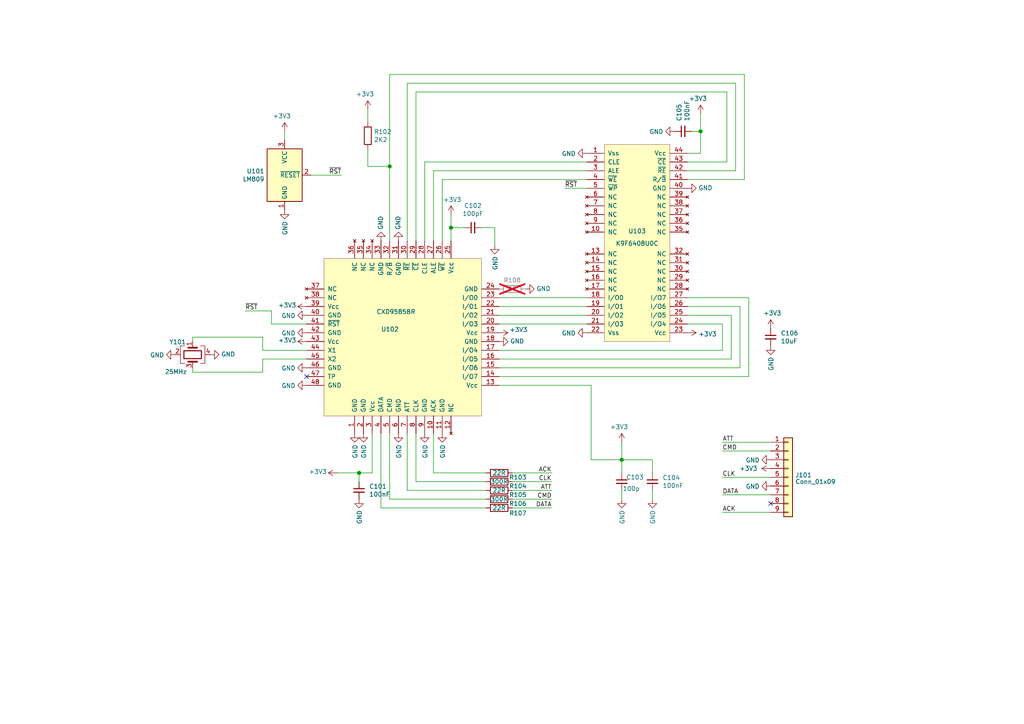
<source format=kicad_sch>
(kicad_sch (version 20230121) (generator eeschema)
  (paper "A4")
  (lib_symbols
    (symbol "+3V3_1" (power) (pin_names (offset 0))
      (property "Value" "+3V3_1" (at 0 3.556 0))
      (symbol "+3V3_1_0_1"
        (polyline (pts (xy -0.762 1.27) (xy 0 2.54)))
        (polyline (pts (xy 0 0) (xy 0 2.54)))
        (polyline (pts (xy 0 2.54) (xy 0.762 1.27)))
      )
      (symbol "+3V3_1_1_1"
        (pin power_in line (at 0 0 90) (length 0) hide (name "+3V3") (number "1"))
      )
    )
    (symbol "+3V3_10" (power) (pin_names (offset 0))
      (property "Value" "+3V3_10" (at 0 3.556 0))
      (symbol "+3V3_10_0_1"
        (polyline (pts (xy -0.762 1.27) (xy 0 2.54)))
        (polyline (pts (xy 0 0) (xy 0 2.54)))
        (polyline (pts (xy 0 2.54) (xy 0.762 1.27)))
      )
      (symbol "+3V3_10_1_1"
        (pin power_in line (at 0 0 90) (length 0) hide (name "+3V3") (number "1"))
      )
    )
    (symbol "+3V3_2" (power) (pin_names (offset 0))
      (property "Value" "+3V3_2" (at 0 3.556 0))
      (symbol "+3V3_2_0_1"
        (polyline (pts (xy -0.762 1.27) (xy 0 2.54)))
        (polyline (pts (xy 0 0) (xy 0 2.54)))
        (polyline (pts (xy 0 2.54) (xy 0.762 1.27)))
      )
      (symbol "+3V3_2_1_1"
        (pin power_in line (at 0 0 90) (length 0) hide (name "+3V3") (number "1"))
      )
    )
    (symbol "+3V3_3" (power) (pin_names (offset 0))
      (property "Value" "+3V3_3" (at 0 3.556 0))
      (symbol "+3V3_3_0_1"
        (polyline (pts (xy -0.762 1.27) (xy 0 2.54)))
        (polyline (pts (xy 0 0) (xy 0 2.54)))
        (polyline (pts (xy 0 2.54) (xy 0.762 1.27)))
      )
      (symbol "+3V3_3_1_1"
        (pin power_in line (at 0 0 90) (length 0) hide (name "+3V3") (number "1"))
      )
    )
    (symbol "+3V3_4" (power) (pin_names (offset 0))
      (property "Value" "+3V3_4" (at 0 3.556 0))
      (symbol "+3V3_4_0_1"
        (polyline (pts (xy -0.762 1.27) (xy 0 2.54)))
        (polyline (pts (xy 0 0) (xy 0 2.54)))
        (polyline (pts (xy 0 2.54) (xy 0.762 1.27)))
      )
      (symbol "+3V3_4_1_1"
        (pin power_in line (at 0 0 90) (length 0) hide (name "+3V3") (number "1"))
      )
    )
    (symbol "+3V3_5" (power) (pin_names (offset 0))
      (property "Value" "+3V3_5" (at 0 3.556 0))
      (symbol "+3V3_5_0_1"
        (polyline (pts (xy -0.762 1.27) (xy 0 2.54)))
        (polyline (pts (xy 0 0) (xy 0 2.54)))
        (polyline (pts (xy 0 2.54) (xy 0.762 1.27)))
      )
      (symbol "+3V3_5_1_1"
        (pin power_in line (at 0 0 90) (length 0) hide (name "+3V3") (number "1"))
      )
    )
    (symbol "+3V3_6" (power) (pin_names (offset 0))
      (property "Value" "+3V3_6" (at 0 3.556 0))
      (symbol "+3V3_6_0_1"
        (polyline (pts (xy -0.762 1.27) (xy 0 2.54)))
        (polyline (pts (xy 0 0) (xy 0 2.54)))
        (polyline (pts (xy 0 2.54) (xy 0.762 1.27)))
      )
      (symbol "+3V3_6_1_1"
        (pin power_in line (at 0 0 90) (length 0) hide (name "+3V3") (number "1"))
      )
    )
    (symbol "+3V3_7" (power) (pin_names (offset 0))
      (property "Value" "+3V3_7" (at 0 3.556 0))
      (symbol "+3V3_7_0_1"
        (polyline (pts (xy -0.762 1.27) (xy 0 2.54)))
        (polyline (pts (xy 0 0) (xy 0 2.54)))
        (polyline (pts (xy 0 2.54) (xy 0.762 1.27)))
      )
      (symbol "+3V3_7_1_1"
        (pin power_in line (at 0 0 90) (length 0) hide (name "+3V3") (number "1"))
      )
    )
    (symbol "+3V3_8" (power) (pin_names (offset 0))
      (property "Value" "+3V3_8" (at 0 3.556 0))
      (symbol "+3V3_8_0_1"
        (polyline (pts (xy -0.762 1.27) (xy 0 2.54)))
        (polyline (pts (xy 0 0) (xy 0 2.54)))
        (polyline (pts (xy 0 2.54) (xy 0.762 1.27)))
      )
      (symbol "+3V3_8_1_1"
        (pin power_in line (at 0 0 90) (length 0) hide (name "+3V3") (number "1"))
      )
    )
    (symbol "+3V3_9" (power) (pin_names (offset 0))
      (property "Value" "+3V3_9" (at 0 3.556 0))
      (symbol "+3V3_9_0_1"
        (polyline (pts (xy -0.762 1.27) (xy 0 2.54)))
        (polyline (pts (xy 0 0) (xy 0 2.54)))
        (polyline (pts (xy 0 2.54) (xy 0.762 1.27)))
      )
      (symbol "+3V3_9_1_1"
        (pin power_in line (at 0 0 90) (length 0) hide (name "+3V3") (number "1"))
      )
    )
    (symbol "Connector_Generic:Conn_01x09" (pin_names (offset 1.016) hide)
      (property "Reference" "J" (at 0 12.7 0))
      (property "Value" "Conn_01x09" (at 0 -12.7 0))
      (symbol "Conn_01x09_1_1"
        (rectangle (start -1.27 -10.033) (end 0 -10.287) (stroke (width 0.1524)))
        (rectangle (start -1.27 -7.493) (end 0 -7.747) (stroke (width 0.1524)))
        (rectangle (start -1.27 -4.953) (end 0 -5.207) (stroke (width 0.1524)))
        (rectangle (start -1.27 -2.413) (end 0 -2.667) (stroke (width 0.1524)))
        (rectangle (start -1.27 0.127) (end 0 -0.127) (stroke (width 0.1524)))
        (rectangle (start -1.27 2.667) (end 0 2.413) (stroke (width 0.1524)))
        (rectangle (start -1.27 5.207) (end 0 4.953) (stroke (width 0.1524)))
        (rectangle (start -1.27 7.747) (end 0 7.493) (stroke (width 0.1524)))
        (rectangle (start -1.27 10.287) (end 0 10.033) (stroke (width 0.1524)))
        (rectangle (start -1.27 11.43) (end 1.27 -11.43) (stroke (width 0.254)) (fill (type background)))
        (pin passive line (at -5.08 10.16 0) (length 3.81) (name "Pin_1") (number "1"))
        (pin passive line (at -5.08 7.62 0) (length 3.81) (name "Pin_2") (number "2"))
        (pin passive line (at -5.08 5.08 0) (length 3.81) (name "Pin_3") (number "3"))
        (pin passive line (at -5.08 2.54 0) (length 3.81) (name "Pin_4") (number "4"))
        (pin passive line (at -5.08 0 0) (length 3.81) (name "Pin_5") (number "5"))
        (pin passive line (at -5.08 -2.54 0) (length 3.81) (name "Pin_6") (number "6"))
        (pin passive line (at -5.08 -5.08 0) (length 3.81) (name "Pin_7") (number "7"))
        (pin passive line (at -5.08 -7.62 0) (length 3.81) (name "Pin_8") (number "8"))
        (pin passive line (at -5.08 -10.16 0) (length 3.81) (name "Pin_9") (number "9"))
      )
    )
    (symbol "GND_1" (power) (pin_names (offset 0))
      (property "Value" "GND_1" (at 0 -3.81 0))
      (symbol "GND_1_0_1"
        (polyline (pts (xy 0 0) (xy 0 -1.27) (xy 1.27 -1.27) (xy 0 -2.54) (xy -1.27 -1.27) (xy 0 -1.27)))
      )
      (symbol "GND_1_1_1"
        (pin power_in line (at 0 0 270) (length 0) hide (name "GND") (number "1"))
      )
    )
    (symbol "GND_12" (power) (pin_names (offset 0))
      (property "Value" "GND_12" (at 0 -3.81 0))
      (symbol "GND_12_0_1"
        (polyline (pts (xy 0 0) (xy 0 -1.27) (xy 1.27 -1.27) (xy 0 -2.54) (xy -1.27 -1.27) (xy 0 -1.27)))
      )
      (symbol "GND_12_1_1"
        (pin power_in line (at 0 0 270) (length 0) hide (name "GND") (number "1"))
      )
    )
    (symbol "GND_13" (power) (pin_names (offset 0))
      (property "Value" "GND_13" (at 0 -3.81 0))
      (symbol "GND_13_0_1"
        (polyline (pts (xy 0 0) (xy 0 -1.27) (xy 1.27 -1.27) (xy 0 -2.54) (xy -1.27 -1.27) (xy 0 -1.27)))
      )
      (symbol "GND_13_1_1"
        (pin power_in line (at 0 0 270) (length 0) hide (name "GND") (number "1"))
      )
    )
    (symbol "GND_14" (power) (pin_names (offset 0))
      (property "Value" "GND_14" (at 0 -3.81 0))
      (symbol "GND_14_0_1"
        (polyline (pts (xy 0 0) (xy 0 -1.27) (xy 1.27 -1.27) (xy 0 -2.54) (xy -1.27 -1.27) (xy 0 -1.27)))
      )
      (symbol "GND_14_1_1"
        (pin power_in line (at 0 0 270) (length 0) hide (name "GND") (number "1"))
      )
    )
    (symbol "GND_15" (power) (pin_names (offset 0))
      (property "Value" "GND_15" (at 0 -3.81 0))
      (symbol "GND_15_0_1"
        (polyline (pts (xy 0 0) (xy 0 -1.27) (xy 1.27 -1.27) (xy 0 -2.54) (xy -1.27 -1.27) (xy 0 -1.27)))
      )
      (symbol "GND_15_1_1"
        (pin power_in line (at 0 0 270) (length 0) hide (name "GND") (number "1"))
      )
    )
    (symbol "GND_16" (power) (pin_names (offset 0))
      (property "Value" "GND_16" (at 0 -3.81 0))
      (symbol "GND_16_0_1"
        (polyline (pts (xy 0 0) (xy 0 -1.27) (xy 1.27 -1.27) (xy 0 -2.54) (xy -1.27 -1.27) (xy 0 -1.27)))
      )
      (symbol "GND_16_1_1"
        (pin power_in line (at 0 0 270) (length 0) hide (name "GND") (number "1"))
      )
    )
    (symbol "GND_17" (power) (pin_names (offset 0))
      (property "Value" "GND_17" (at 0 -3.81 0))
      (symbol "GND_17_0_1"
        (polyline (pts (xy 0 0) (xy 0 -1.27) (xy 1.27 -1.27) (xy 0 -2.54) (xy -1.27 -1.27) (xy 0 -1.27)))
      )
      (symbol "GND_17_1_1"
        (pin power_in line (at 0 0 270) (length 0) hide (name "GND") (number "1"))
      )
    )
    (symbol "GND_18" (power) (pin_names (offset 0))
      (property "Value" "GND_18" (at 0 -3.81 0))
      (symbol "GND_18_0_1"
        (polyline (pts (xy 0 0) (xy 0 -1.27) (xy 1.27 -1.27) (xy 0 -2.54) (xy -1.27 -1.27) (xy 0 -1.27)))
      )
      (symbol "GND_18_1_1"
        (pin power_in line (at 0 0 270) (length 0) hide (name "GND") (number "1"))
      )
    )
    (symbol "GND_19" (power) (pin_names (offset 0))
      (property "Value" "GND_19" (at 0 -3.81 0))
      (symbol "GND_19_0_1"
        (polyline (pts (xy 0 0) (xy 0 -1.27) (xy 1.27 -1.27) (xy 0 -2.54) (xy -1.27 -1.27) (xy 0 -1.27)))
      )
      (symbol "GND_19_1_1"
        (pin power_in line (at 0 0 270) (length 0) hide (name "GND") (number "1"))
      )
    )
    (symbol "GND_2" (power) (pin_names (offset 0))
      (property "Value" "GND_2" (at 0 -3.81 0))
      (symbol "GND_2_0_1"
        (polyline (pts (xy 0 0) (xy 0 -1.27) (xy 1.27 -1.27) (xy 0 -2.54) (xy -1.27 -1.27) (xy 0 -1.27)))
      )
      (symbol "GND_2_1_1"
        (pin power_in line (at 0 0 270) (length 0) hide (name "GND") (number "1"))
      )
    )
    (symbol "GND_25" (power) (pin_names (offset 0))
      (property "Value" "GND_25" (at 0 -3.81 0))
      (symbol "GND_25_0_1"
        (polyline (pts (xy 0 0) (xy 0 -1.27) (xy 1.27 -1.27) (xy 0 -2.54) (xy -1.27 -1.27) (xy 0 -1.27)))
      )
      (symbol "GND_25_1_1"
        (pin power_in line (at 0 0 270) (length 0) hide (name "GND") (number "1"))
      )
    )
    (symbol "GND_26" (power) (pin_names (offset 0))
      (property "Value" "GND_26" (at 0 -3.81 0))
      (symbol "GND_26_0_1"
        (polyline (pts (xy 0 0) (xy 0 -1.27) (xy 1.27 -1.27) (xy 0 -2.54) (xy -1.27 -1.27) (xy 0 -1.27)))
      )
      (symbol "GND_26_1_1"
        (pin power_in line (at 0 0 270) (length 0) hide (name "GND") (number "1"))
      )
    )
    (symbol "GND_27" (power) (pin_names (offset 0))
      (property "Value" "GND_27" (at 0 -3.81 0))
      (symbol "GND_27_0_1"
        (polyline (pts (xy 0 0) (xy 0 -1.27) (xy 1.27 -1.27) (xy 0 -2.54) (xy -1.27 -1.27) (xy 0 -1.27)))
      )
      (symbol "GND_27_1_1"
        (pin power_in line (at 0 0 270) (length 0) hide (name "GND") (number "1"))
      )
    )
    (symbol "GND_28" (power) (pin_names (offset 0))
      (property "Value" "GND_28" (at 0 -3.81 0))
      (symbol "GND_28_0_1"
        (polyline (pts (xy 0 0) (xy 0 -1.27) (xy 1.27 -1.27) (xy 0 -2.54) (xy -1.27 -1.27) (xy 0 -1.27)))
      )
      (symbol "GND_28_1_1"
        (pin power_in line (at 0 0 270) (length 0) hide (name "GND") (number "1"))
      )
    )
    (symbol "GND_29" (power) (pin_names (offset 0))
      (property "Value" "GND_29" (at 0 -3.81 0))
      (symbol "GND_29_0_1"
        (polyline (pts (xy 0 0) (xy 0 -1.27) (xy 1.27 -1.27) (xy 0 -2.54) (xy -1.27 -1.27) (xy 0 -1.27)))
      )
      (symbol "GND_29_1_1"
        (pin power_in line (at 0 0 270) (length 0) hide (name "GND") (number "1"))
      )
    )
    (symbol "GND_3" (power) (pin_names (offset 0))
      (property "Value" "GND_3" (at 0 -3.81 0))
      (symbol "GND_3_0_1"
        (polyline (pts (xy 0 0) (xy 0 -1.27) (xy 1.27 -1.27) (xy 0 -2.54) (xy -1.27 -1.27) (xy 0 -1.27)))
      )
      (symbol "GND_3_1_1"
        (pin power_in line (at 0 0 270) (length 0) hide (name "GND") (number "1"))
      )
    )
    (symbol "GND_30" (power) (pin_names (offset 0))
      (property "Value" "GND_30" (at 0 -3.81 0))
      (symbol "GND_30_0_1"
        (polyline (pts (xy 0 0) (xy 0 -1.27) (xy 1.27 -1.27) (xy 0 -2.54) (xy -1.27 -1.27) (xy 0 -1.27)))
      )
      (symbol "GND_30_1_1"
        (pin power_in line (at 0 0 270) (length 0) hide (name "GND") (number "1"))
      )
    )
    (symbol "GND_31" (power) (pin_names (offset 0))
      (property "Value" "GND_31" (at 0 -3.81 0))
      (symbol "GND_31_0_1"
        (polyline (pts (xy 0 0) (xy 0 -1.27) (xy 1.27 -1.27) (xy 0 -2.54) (xy -1.27 -1.27) (xy 0 -1.27)))
      )
      (symbol "GND_31_1_1"
        (pin power_in line (at 0 0 270) (length 0) hide (name "GND") (number "1"))
      )
    )
    (symbol "GND_32" (power) (pin_names (offset 0))
      (property "Value" "GND_32" (at 0 -3.81 0))
      (symbol "GND_32_0_1"
        (polyline (pts (xy 0 0) (xy 0 -1.27) (xy 1.27 -1.27) (xy 0 -2.54) (xy -1.27 -1.27) (xy 0 -1.27)))
      )
      (symbol "GND_32_1_1"
        (pin power_in line (at 0 0 270) (length 0) hide (name "GND") (number "1"))
      )
    )
    (symbol "GND_4" (power) (pin_names (offset 0))
      (property "Value" "GND_4" (at 0 -3.81 0))
      (symbol "GND_4_0_1"
        (polyline (pts (xy 0 0) (xy 0 -1.27) (xy 1.27 -1.27) (xy 0 -2.54) (xy -1.27 -1.27) (xy 0 -1.27)))
      )
      (symbol "GND_4_1_1"
        (pin power_in line (at 0 0 270) (length 0) hide (name "GND") (number "1"))
      )
    )
    (symbol "GND_5" (power) (pin_names (offset 0))
      (property "Value" "GND_5" (at 0 -3.81 0))
      (symbol "GND_5_0_1"
        (polyline (pts (xy 0 0) (xy 0 -1.27) (xy 1.27 -1.27) (xy 0 -2.54) (xy -1.27 -1.27) (xy 0 -1.27)))
      )
      (symbol "GND_5_1_1"
        (pin power_in line (at 0 0 270) (length 0) hide (name "GND") (number "1"))
      )
    )
    (symbol "GND_6" (power) (pin_names (offset 0))
      (property "Value" "GND_6" (at 0 -3.81 0))
      (symbol "GND_6_0_1"
        (polyline (pts (xy 0 0) (xy 0 -1.27) (xy 1.27 -1.27) (xy 0 -2.54) (xy -1.27 -1.27) (xy 0 -1.27)))
      )
      (symbol "GND_6_1_1"
        (pin power_in line (at 0 0 270) (length 0) hide (name "GND") (number "1"))
      )
    )
    (symbol "GND_7" (power) (pin_names (offset 0))
      (property "Value" "GND_7" (at 0 -3.81 0))
      (symbol "GND_7_0_1"
        (polyline (pts (xy 0 0) (xy 0 -1.27) (xy 1.27 -1.27) (xy 0 -2.54) (xy -1.27 -1.27) (xy 0 -1.27)))
      )
      (symbol "GND_7_1_1"
        (pin power_in line (at 0 0 270) (length 0) hide (name "GND") (number "1"))
      )
    )
    (symbol "GND_8" (power) (pin_names (offset 0))
      (property "Value" "GND_8" (at 0 -3.81 0))
      (symbol "GND_8_0_1"
        (polyline (pts (xy 0 0) (xy 0 -1.27) (xy 1.27 -1.27) (xy 0 -2.54) (xy -1.27 -1.27) (xy 0 -1.27)))
      )
      (symbol "GND_8_1_1"
        (pin power_in line (at 0 0 270) (length 0) hide (name "GND") (number "1"))
      )
    )
    (symbol "GND_9" (power) (pin_names (offset 0))
      (property "Value" "GND_9" (at 0 -3.81 0))
      (symbol "GND_9_0_1"
        (polyline (pts (xy 0 0) (xy 0 -1.27) (xy 1.27 -1.27) (xy 0 -2.54) (xy -1.27 -1.27) (xy 0 -1.27)))
      )
      (symbol "GND_9_1_1"
        (pin power_in line (at 0 0 270) (length 0) hide (name "GND") (number "1"))
      )
    )
    (symbol "PS2:CXD9585BR" (pin_names (offset 1.016))
      (property "Reference" "U" (at 24.13 -5.08 0))
      (property "Value" "CXD9585BR" (at 24.13 -7.62 0))
      (symbol "CXD9585BR_0_1"
        (rectangle (start 0 13.97) (end 45.72 -31.75) (stroke (width 0.001)) (fill (type background)))
      )
      (symbol "CXD9585BR_1_1"
        (pin passive line (at -5.08 5.08 0) (length 5.08) (name "GND") (number "1"))
        (pin output line (at -5.08 -17.78 0) (length 5.08) (name "ACK") (number "10"))
        (pin passive line (at -5.08 -20.32 0) (length 5.08) (name "GND") (number "11"))
        (pin no_connect line (at -5.08 -22.86 0) (length 5.08) (name "NC") (number "12"))
        (pin power_in line (at 8.89 -36.83 90) (length 5.08) (name "Vcc") (number "13"))
        (pin bidirectional line (at 11.43 -36.83 90) (length 5.08) (name "I/O7") (number "14"))
        (pin bidirectional line (at 13.97 -36.83 90) (length 5.08) (name "I/O6") (number "15"))
        (pin bidirectional line (at 16.51 -36.83 90) (length 5.08) (name "I/O5") (number "16"))
        (pin bidirectional line (at 19.05 -36.83 90) (length 5.08) (name "I/O4") (number "17"))
        (pin passive line (at 21.59 -36.83 90) (length 5.08) (name "GND") (number "18"))
        (pin power_in line (at 24.13 -36.83 90) (length 5.08) (name "Vcc") (number "19"))
        (pin passive line (at -5.08 2.54 0) (length 5.08) (name "GND") (number "2"))
        (pin bidirectional line (at 26.67 -36.83 90) (length 5.08) (name "I/O3") (number "20"))
        (pin bidirectional line (at 29.21 -36.83 90) (length 5.08) (name "I/O2") (number "21"))
        (pin bidirectional line (at 31.75 -36.83 90) (length 5.08) (name "I/O1") (number "22"))
        (pin bidirectional line (at 34.29 -36.83 90) (length 5.08) (name "I/O0") (number "23"))
        (pin passive line (at 36.83 -36.83 90) (length 5.08) (name "GND") (number "24"))
        (pin power_in line (at 50.8 -22.86 180) (length 5.08) (name "Vcc") (number "25"))
        (pin output line (at 50.8 -20.32 180) (length 5.08) (name "~{WE}") (number "26"))
        (pin output line (at 50.8 -17.78 180) (length 5.08) (name "ALE") (number "27"))
        (pin output line (at 50.8 -15.24 180) (length 5.08) (name "CLE") (number "28"))
        (pin output line (at 50.8 -12.7 180) (length 5.08) (name "~{CE}") (number "29"))
        (pin power_in line (at -5.08 0 0) (length 5.08) (name "Vcc") (number "3"))
        (pin output line (at 50.8 -10.16 180) (length 5.08) (name "~{RE}") (number "30"))
        (pin passive line (at 50.8 -7.62 180) (length 5.08) (name "GND") (number "31"))
        (pin output line (at 50.8 -5.08 180) (length 5.08) (name "R/~{B}") (number "32"))
        (pin passive line (at 50.8 -2.54 180) (length 5.08) (name "GND") (number "33"))
        (pin no_connect line (at 50.8 0 180) (length 5.08) (name "NC") (number "34"))
        (pin no_connect line (at 50.8 2.54 180) (length 5.08) (name "NC") (number "35"))
        (pin no_connect line (at 50.8 5.08 180) (length 5.08) (name "NC") (number "36"))
        (pin no_connect line (at 36.83 19.05 270) (length 5.08) (name "NC") (number "37"))
        (pin no_connect line (at 34.29 19.05 270) (length 5.08) (name "NC") (number "38"))
        (pin power_in line (at 31.75 19.05 270) (length 5.08) (name "Vcc") (number "39"))
        (pin bidirectional line (at -5.08 -2.54 0) (length 5.08) (name "DATA") (number "4"))
        (pin passive line (at 29.21 19.05 270) (length 5.08) (name "GND") (number "40"))
        (pin input line (at 26.67 19.05 270) (length 5.08) (name "~{RST}") (number "41"))
        (pin passive line (at 24.13 19.05 270) (length 5.08) (name "GND") (number "42"))
        (pin power_in line (at 21.59 19.05 270) (length 5.08) (name "Vcc") (number "43"))
        (pin input line (at 19.05 19.05 270) (length 5.08) (name "X1") (number "44"))
        (pin input line (at 16.51 19.05 270) (length 5.08) (name "X2") (number "45"))
        (pin passive line (at 13.97 19.05 270) (length 5.08) (name "GND") (number "46"))
        (pin passive line (at 11.43 19.05 270) (length 5.08) (name "TP") (number "47"))
        (pin passive line (at 8.89 19.05 270) (length 5.08) (name "GND") (number "48"))
        (pin bidirectional line (at -5.08 -5.08 0) (length 5.08) (name "CMD") (number "5"))
        (pin passive line (at -5.08 -7.62 0) (length 5.08) (name "GND") (number "6"))
        (pin input line (at -5.08 -10.16 0) (length 5.08) (name "ATT") (number "7"))
        (pin input line (at -5.08 -12.7 0) (length 5.08) (name "CLK") (number "8"))
        (pin passive line (at -5.08 -15.24 0) (length 5.08) (name "GND") (number "9"))
      )
    )
    (symbol "PS2:Crystal_GND24" (pin_names (offset 1.016) hide)
      (property "Reference" "Y" (at 3.175 5.08 0))
      (property "Value" "Crystal_GND24" (at 3.175 3.175 0))
      (symbol "Crystal_GND24_0_1"
        (rectangle (start -1.143 2.54) (end 1.143 -2.54) (stroke (width 0.3048)))
        (polyline (pts (xy -2.54 0) (xy -2.032 0)))
        (polyline (pts (xy -2.032 -1.27) (xy -2.032 1.27)) (stroke (width 0.508)))
        (polyline (pts (xy 0 -3.81) (xy 0 -3.556)))
        (polyline (pts (xy 0 3.556) (xy 0 3.81)))
        (polyline (pts (xy 2.032 -1.27) (xy 2.032 1.27)) (stroke (width 0.508)))
        (polyline (pts (xy 2.032 0) (xy 2.54 0)))
        (polyline (pts (xy -2.54 -2.286) (xy -2.54 -3.556) (xy 2.54 -3.556) (xy 2.54 -2.286)))
        (polyline (pts (xy -2.54 2.286) (xy -2.54 3.556) (xy 2.54 3.556) (xy 2.54 2.286)))
      )
      (symbol "Crystal_GND24_1_1"
        (pin passive line (at -3.81 0 0) (length 1.27) (name "1") (number "1"))
        (pin passive line (at 0 5.08 270) (length 1.27) (name "2") (number "2"))
        (pin passive line (at 3.81 0 180) (length 1.27) (name "3") (number "3"))
        (pin passive line (at 0 -5.08 90) (length 1.27) (name "4") (number "4"))
      )
    )
    (symbol "PS2:K9F6408U0C" (pin_names (offset 1.016))
      (property "Reference" "U" (at 0 29.21 0))
      (property "Value" "K9F6408U0C" (at 0 29.21 0))
      (symbol "K9F6408U0C_0_1"
        (rectangle (start -1.27 17.78) (end 17.78 -39.37) (stroke (width 0.001)) (fill (type background)))
      )
      (symbol "K9F6408U0C_1_1"
        (pin passive line (at -6.35 15.24 0) (length 5.08) (name "Vss") (number "1"))
        (pin no_connect line (at -6.35 -7.62 0) (length 5.08) (name "NC") (number "10"))
        (pin no_connect line (at -6.35 -13.97 0) (length 5.08) (name "NC") (number "13"))
        (pin no_connect line (at -6.35 -16.51 0) (length 5.08) (name "NC") (number "14"))
        (pin no_connect line (at -6.35 -19.05 0) (length 5.08) (name "NC") (number "15"))
        (pin no_connect line (at -6.35 -21.59 0) (length 5.08) (name "NC") (number "16"))
        (pin no_connect line (at -6.35 -24.13 0) (length 5.08) (name "NC") (number "17"))
        (pin bidirectional line (at -6.35 -26.67 0) (length 5.08) (name "I/O0") (number "18"))
        (pin bidirectional line (at -6.35 -29.21 0) (length 5.08) (name "I/O1") (number "19"))
        (pin input line (at -6.35 12.7 0) (length 5.08) (name "CLE") (number "2"))
        (pin bidirectional line (at -6.35 -31.75 0) (length 5.08) (name "I/O2") (number "20"))
        (pin bidirectional line (at -6.35 -34.29 0) (length 5.08) (name "I/O3") (number "21"))
        (pin passive line (at -6.35 -36.83 0) (length 5.08) (name "Vss") (number "22"))
        (pin power_in line (at 22.86 -36.83 180) (length 5.08) (name "Vcc") (number "23"))
        (pin bidirectional line (at 22.86 -34.29 180) (length 5.08) (name "I/O4") (number "24"))
        (pin bidirectional line (at 22.86 -31.75 180) (length 5.08) (name "I/O5") (number "25"))
        (pin bidirectional line (at 22.86 -29.21 180) (length 5.08) (name "I/O6") (number "26"))
        (pin bidirectional line (at 22.86 -26.67 180) (length 5.08) (name "I/O7") (number "27"))
        (pin no_connect line (at 22.86 -24.13 180) (length 5.08) (name "NC") (number "28"))
        (pin no_connect line (at 22.86 -21.59 180) (length 5.08) (name "NC") (number "29"))
        (pin input line (at -6.35 10.16 0) (length 5.08) (name "ALE") (number "3"))
        (pin no_connect line (at 22.86 -19.05 180) (length 5.08) (name "NC") (number "30"))
        (pin no_connect line (at 22.86 -16.51 180) (length 5.08) (name "NC") (number "31"))
        (pin no_connect line (at 22.86 -13.97 180) (length 5.08) (name "NC") (number "32"))
        (pin no_connect line (at 22.86 -7.62 180) (length 5.08) (name "NC") (number "35"))
        (pin no_connect line (at 22.86 -5.08 180) (length 5.08) (name "NC") (number "36"))
        (pin no_connect line (at 22.86 -2.54 180) (length 5.08) (name "NC") (number "37"))
        (pin no_connect line (at 22.86 0 180) (length 5.08) (name "NC") (number "38"))
        (pin no_connect line (at 22.86 2.54 180) (length 5.08) (name "NC") (number "39"))
        (pin input line (at -6.35 7.62 0) (length 5.08) (name "~{WE}") (number "4"))
        (pin passive line (at 22.86 5.08 180) (length 5.08) (name "GND") (number "40"))
        (pin input line (at 22.86 7.62 180) (length 5.08) (name "R/~{B}") (number "41"))
        (pin input line (at 22.86 10.16 180) (length 5.08) (name "~{RE}") (number "42"))
        (pin input line (at 22.86 12.7 180) (length 5.08) (name "~{CE}") (number "43"))
        (pin power_in line (at 22.86 15.24 180) (length 5.08) (name "Vcc") (number "44"))
        (pin input line (at -6.35 5.08 0) (length 5.08) (name "~{WP}") (number "5"))
        (pin no_connect line (at -6.35 2.54 0) (length 5.08) (name "NC") (number "6"))
        (pin no_connect line (at -6.35 0 0) (length 5.08) (name "NC") (number "7"))
        (pin no_connect line (at -6.35 -2.54 0) (length 5.08) (name "NC") (number "8"))
        (pin no_connect line (at -6.35 -5.08 0) (length 5.08) (name "NC") (number "9"))
      )
    )
    (symbol "PS2:LM809"
      (property "Reference" "U" (at 2.54 12.7 0))
      (property "Value" "LM809" (at 5.08 10.16 0))
      (symbol "LM809_0_1"
        (rectangle (start 5.08 7.62) (end -5.08 -7.62) (stroke (width 0.254)) (fill (type background)))
      )
      (symbol "LM809_1_1"
        (pin power_in line (at 0 -10.16 90) (length 2.54) (name "GND") (number "1"))
        (pin output line (at 7.62 0 180) (length 2.54) (name "~{RESET}") (number "2"))
        (pin power_in line (at 0 10.16 270) (length 2.54) (name "VCC") (number "3"))
      )
    )
    (symbol "PS2_Capacitors:C_100n_0402" (pin_numbers hide) (pin_names (offset 0.254) hide)
      (property "Reference" "C" (at 0.254 1.778 0))
      (property "Value" "100n" (at 0.254 -2.032 0))
      (symbol "C_100n_0402_0_1"
        (polyline (pts (xy -1.524 -0.508) (xy 1.524 -0.508)) (stroke (width 0.3302)))
        (polyline (pts (xy -1.524 0.508) (xy 1.524 0.508)) (stroke (width 0.3048)))
      )
      (symbol "C_100n_0402_1_1"
        (pin passive line (at 0 2.54 270) (length 2.032) (name "~") (number "1"))
        (pin passive line (at 0 -2.54 90) (length 2.032) (name "~") (number "2"))
      )
    )
    (symbol "PS2_Capacitors:C_100p_0402" (pin_numbers hide) (pin_names (offset 0.254) hide)
      (property "Reference" "C" (at 0.254 1.778 0))
      (property "Value" "100p" (at 0.254 -2.032 0))
      (symbol "C_100p_0402_0_1"
        (polyline (pts (xy -1.524 -0.508) (xy 1.524 -0.508)) (stroke (width 0.3302)))
        (polyline (pts (xy -1.524 0.508) (xy 1.524 0.508)) (stroke (width 0.3048)))
      )
      (symbol "C_100p_0402_1_1"
        (pin passive line (at 0 2.54 270) (length 2.032) (name "~") (number "1"))
        (pin passive line (at 0 -2.54 90) (length 2.032) (name "~") (number "2"))
      )
    )
    (symbol "PS2_Capacitors:C_10u_0805" (pin_numbers hide) (pin_names (offset 0.254) hide)
      (property "Reference" "C" (at 0.254 1.778 0))
      (property "Value" "10u" (at 0.254 -2.032 0))
      (symbol "C_10u_0805_0_1"
        (polyline (pts (xy -1.524 -0.508) (xy 1.524 -0.508)) (stroke (width 0.3302)))
        (polyline (pts (xy -1.524 0.508) (xy 1.524 0.508)) (stroke (width 0.3048)))
      )
      (symbol "C_10u_0805_1_1"
        (pin passive line (at 0 2.54 270) (length 2.032) (name "~") (number "1"))
        (pin passive line (at 0 -2.54 90) (length 2.032) (name "~") (number "2"))
      )
    )
    (symbol "PS2_Resistors:R_0R_0402" (pin_numbers hide) (pin_names (offset 0))
      (property "Reference" "R" (at 2.032 0 90))
      (property "Value" "0R" (at 0 0 90))
      (symbol "R_0R_0402_0_1"
        (rectangle (start -1.016 -2.54) (end 1.016 2.54) (stroke (width 0.254)))
      )
      (symbol "R_0R_0402_1_1"
        (pin passive line (at 0 3.81 270) (length 1.27) (name "~") (number "1"))
        (pin passive line (at 0 -3.81 90) (length 1.27) (name "~") (number "2"))
      )
    )
    (symbol "PS2_Resistors:R_22R_0402" (pin_numbers hide) (pin_names (offset 0))
      (property "Reference" "R" (at 2.032 0 90))
      (property "Value" "22R" (at 0 0 90))
      (symbol "R_22R_0402_0_1"
        (rectangle (start -1.016 -2.54) (end 1.016 2.54) (stroke (width 0.254)))
      )
      (symbol "R_22R_0402_1_1"
        (pin passive line (at 0 3.81 270) (length 1.27) (name "~") (number "1"))
        (pin passive line (at 0 -3.81 90) (length 1.27) (name "~") (number "2"))
      )
    )
    (symbol "PS2_Resistors:R_2k2_0402" (pin_numbers hide) (pin_names (offset 0))
      (property "Reference" "R" (at 2.032 0 90))
      (property "Value" "2k2" (at 0 0 90))
      (symbol "R_2k2_0402_0_1"
        (rectangle (start -1.016 -2.54) (end 1.016 2.54) (stroke (width 0.254)))
      )
      (symbol "R_2k2_0402_1_1"
        (pin passive line (at 0 3.81 270) (length 1.27) (name "~") (number "1"))
        (pin passive line (at 0 -3.81 90) (length 1.27) (name "~") (number "2"))
      )
    )
    (symbol "PS2_Resistors:R_300R_0402" (pin_numbers hide) (pin_names (offset 0))
      (property "Reference" "R" (at 2.032 0 90))
      (property "Value" "300R" (at 0 0 90))
      (symbol "R_300R_0402_0_1"
        (rectangle (start -1.016 -2.54) (end 1.016 2.54) (stroke (width 0.254)))
      )
      (symbol "R_300R_0402_1_1"
        (pin passive line (at 0 3.81 270) (length 1.27) (name "~") (number "1"))
        (pin passive line (at 0 -3.81 90) (length 1.27) (name "~") (number "2"))
      )
    )
    (symbol "power:+3V3" (power) (pin_names (offset 0))
      (property "Value" "+3V3" (at 0 3.556 0))
      (symbol "+3V3_0_1"
        (polyline (pts (xy -0.762 1.27) (xy 0 2.54)))
        (polyline (pts (xy 0 0) (xy 0 2.54)))
        (polyline (pts (xy 0 2.54) (xy 0.762 1.27)))
      )
      (symbol "+3V3_1_1"
        (pin power_in line (at 0 0 90) (length 0) hide (name "+3V3") (number "1"))
      )
    )
    (symbol "power:GND" (power) (pin_names (offset 0))
      (property "Value" "GND" (at 0 -3.81 0))
      (symbol "GND_0_1"
        (polyline (pts (xy 0 0) (xy 0 -1.27) (xy 1.27 -1.27) (xy 0 -2.54) (xy -1.27 -1.27) (xy 0 -1.27)))
      )
      (symbol "GND_1_1"
        (pin power_in line (at 0 0 270) (length 0) hide (name "GND") (number "1"))
      )
    )
  )
  (junction (at 113.03 48.26) (diameter 1.016))
  (junction (at 203.2 38.1) (diameter 1.016))
  (junction (at 104.14 137.16) (diameter 1.016))
  (junction (at 180.34 133.35) (diameter 1.016))
  (junction (at 130.81 66.04) (diameter 1.016))
  (no_connect (at 88.9 109.22))
  (no_connect (at 223.52 146.05))
  (wire (pts (xy 209.55 101.6) (xy 209.55 93.98)))
  (wire (pts (xy 209.55 93.98) (xy 199.39 93.98)))
  (wire (pts (xy 171.45 133.35) (xy 180.34 133.35)))
  (wire (pts (xy 144.78 101.6) (xy 209.55 101.6)))
  (wire (pts (xy 118.11 69.85) (xy 118.11 24.13)))
  (wire (pts (xy 209.55 130.81) (xy 223.52 130.81)))
  (wire (pts (xy 120.65 26.67) (xy 210.82 26.67)))
  (wire (pts (xy 144.78 106.68) (xy 214.63 106.68)))
  (wire (pts (xy 209.55 128.27) (xy 223.52 128.27)))
  (wire (pts (xy 107.95 125.73) (xy 107.95 137.16)))
  (wire (pts (xy 130.81 66.04) (xy 134.62 66.04)))
  (wire (pts (xy 215.9 52.07) (xy 199.39 52.07)))
  (wire (pts (xy 130.81 66.04) (xy 130.81 69.85)))
  (wire (pts (xy 189.23 142.24) (xy 189.23 144.78)))
  (wire (pts (xy 125.73 125.73) (xy 125.73 137.16)))
  (wire (pts (xy 76.2 107.95) (xy 76.2 104.14)))
  (wire (pts (xy 104.14 137.16) (xy 104.14 139.7)))
  (wire (pts (xy 210.82 46.99) (xy 199.39 46.99)))
  (wire (pts (xy 82.55 38.1) (xy 82.55 40.64)))
  (wire (pts (xy 214.63 106.68) (xy 214.63 88.9)))
  (wire (pts (xy 125.73 69.85) (xy 125.73 49.53)))
  (wire (pts (xy 71.12 90.17) (xy 78.74 90.17)))
  (wire (pts (xy 128.27 69.85) (xy 128.27 52.07)))
  (wire (pts (xy 110.49 147.32) (xy 140.97 147.32)))
  (wire (pts (xy 199.39 44.45) (xy 203.2 44.45)))
  (wire (pts (xy 120.65 139.7) (xy 140.97 139.7)))
  (wire (pts (xy 144.78 109.22) (xy 217.17 109.22)))
  (wire (pts (xy 148.59 137.16) (xy 160.02 137.16)))
  (wire (pts (xy 106.68 48.26) (xy 113.03 48.26)))
  (wire (pts (xy 180.34 137.16) (xy 180.34 133.35)))
  (wire (pts (xy 55.88 106.68) (xy 55.88 107.95)))
  (wire (pts (xy 189.23 133.35) (xy 189.23 137.16)))
  (wire (pts (xy 118.11 24.13) (xy 213.36 24.13)))
  (wire (pts (xy 144.78 91.44) (xy 170.18 91.44)))
  (wire (pts (xy 212.09 91.44) (xy 199.39 91.44)))
  (wire (pts (xy 180.34 142.24) (xy 180.34 144.78)))
  (wire (pts (xy 148.59 147.32) (xy 160.02 147.32)))
  (wire (pts (xy 76.2 97.79) (xy 76.2 101.6)))
  (wire (pts (xy 144.78 104.14) (xy 212.09 104.14)))
  (wire (pts (xy 200.66 38.1) (xy 203.2 38.1)))
  (wire (pts (xy 217.17 86.36) (xy 199.39 86.36)))
  (wire (pts (xy 106.68 31.75) (xy 106.68 35.56)))
  (wire (pts (xy 120.65 69.85) (xy 120.65 26.67)))
  (wire (pts (xy 113.03 21.59) (xy 113.03 48.26)))
  (wire (pts (xy 97.79 137.16) (xy 104.14 137.16)))
  (wire (pts (xy 120.65 125.73) (xy 120.65 139.7)))
  (wire (pts (xy 203.2 33.02) (xy 203.2 38.1)))
  (wire (pts (xy 113.03 21.59) (xy 215.9 21.59)))
  (wire (pts (xy 215.9 21.59) (xy 215.9 52.07)))
  (wire (pts (xy 113.03 144.78) (xy 140.97 144.78)))
  (wire (pts (xy 110.49 125.73) (xy 110.49 147.32)))
  (wire (pts (xy 209.55 138.43) (xy 223.52 138.43)))
  (wire (pts (xy 55.88 107.95) (xy 76.2 107.95)))
  (wire (pts (xy 125.73 137.16) (xy 140.97 137.16)))
  (wire (pts (xy 180.34 133.35) (xy 189.23 133.35)))
  (wire (pts (xy 128.27 52.07) (xy 170.18 52.07)))
  (wire (pts (xy 118.11 125.73) (xy 118.11 142.24)))
  (wire (pts (xy 123.19 46.99) (xy 170.18 46.99)))
  (wire (pts (xy 125.73 49.53) (xy 170.18 49.53)))
  (wire (pts (xy 76.2 101.6) (xy 88.9 101.6)))
  (wire (pts (xy 144.78 93.98) (xy 170.18 93.98)))
  (wire (pts (xy 104.14 137.16) (xy 107.95 137.16)))
  (wire (pts (xy 209.55 148.59) (xy 223.52 148.59)))
  (wire (pts (xy 212.09 104.14) (xy 212.09 91.44)))
  (wire (pts (xy 130.81 62.23) (xy 130.81 66.04)))
  (wire (pts (xy 148.59 142.24) (xy 160.02 142.24)))
  (wire (pts (xy 139.7 66.04) (xy 143.51 66.04)))
  (wire (pts (xy 106.68 43.18) (xy 106.68 48.26)))
  (wire (pts (xy 180.34 128.27) (xy 180.34 133.35)))
  (wire (pts (xy 144.78 111.76) (xy 171.45 111.76)))
  (wire (pts (xy 78.74 93.98) (xy 88.9 93.98)))
  (wire (pts (xy 78.74 90.17) (xy 78.74 93.98)))
  (wire (pts (xy 217.17 109.22) (xy 217.17 86.36)))
  (wire (pts (xy 163.83 54.61) (xy 170.18 54.61)))
  (wire (pts (xy 171.45 111.76) (xy 171.45 133.35)))
  (wire (pts (xy 144.78 86.36) (xy 170.18 86.36)))
  (wire (pts (xy 143.51 66.04) (xy 143.51 71.12)))
  (wire (pts (xy 148.59 144.78) (xy 160.02 144.78)))
  (wire (pts (xy 203.2 38.1) (xy 203.2 44.45)))
  (wire (pts (xy 76.2 104.14) (xy 88.9 104.14)))
  (wire (pts (xy 144.78 88.9) (xy 170.18 88.9)))
  (wire (pts (xy 90.17 50.8) (xy 99.06 50.8)))
  (wire (pts (xy 113.03 125.73) (xy 113.03 144.78)))
  (wire (pts (xy 118.11 142.24) (xy 140.97 142.24)))
  (wire (pts (xy 213.36 49.53) (xy 199.39 49.53)))
  (wire (pts (xy 213.36 24.13) (xy 213.36 49.53)))
  (wire (pts (xy 148.59 139.7) (xy 160.02 139.7)))
  (wire (pts (xy 123.19 69.85) (xy 123.19 46.99)))
  (wire (pts (xy 113.03 48.26) (xy 113.03 69.85)))
  (wire (pts (xy 210.82 26.67) (xy 210.82 46.99)))
  (wire (pts (xy 55.88 97.79) (xy 76.2 97.79)))
  (wire (pts (xy 209.55 143.51) (xy 223.52 143.51)))
  (wire (pts (xy 55.88 99.06) (xy 55.88 97.79)))
  (wire (pts (xy 214.63 88.9) (xy 199.39 88.9)))
  (label "~{RST}" (at 71.12 90.17 0))
  (label "CMD" (at 209.55 130.81 0))
  (label "ACK" (at 160.02 137.16 180))
  (label "ATT" (at 160.02 142.24 180))
  (label "DATA" (at 160.02 147.32 180))
  (label "~{RST}" (at 163.83 54.61 0))
  (label "CMD" (at 160.02 144.78 180))
  (label "CLK" (at 209.55 138.43 0))
  (label "~{RST}" (at 99.06 50.8 180))
  (label "ATT" (at 209.55 128.27 0))
  (label "DATA" (at 209.55 143.51 0))
  (label "CLK" (at 160.02 139.7 180))
  (label "ACK" (at 209.55 148.59 0))
  (symbol (lib_id "PS2_Capacitors:C_100n_0402") (at 198.12 38.1 90) (unit 1)
    (property "Reference" "C105" (at 196.9706 35.1789 0) (effects (justify left)))
    (property "Value" "100nF" (at 199.269 35.179 0) (effects (justify left)))
    (property "Footprint" "PS2:C_0402_1005Metric" (effects hide))
    (property "Datasheet" "https://www.mouser.at/datasheet/2/447/UPY_NP0X5R_01005_4V_to_25V_V10-3003057.pdf" (effects hide))
    (property "Part Number" "CC0402KRX7R7BB104" (effects hide))
  )
  (symbol (lib_id "PS2:K9F6408U0C") (at 176.53 59.69 0) (unit 1)
    (property "Reference" "U103" (at 184.785 67.0363 0))
    (property "Value" "K9F6408U0C" (at 184.785 70.605 0))
    (property "Footprint" "PS2:TSOP-II-44_10.16x18.41mm_P0.8mm" (effects hide))
    (property "Part Number" "Get off board" (effects hide))
  )
  (symbol (lib_name "+3V3_10") (lib_id "power:+3V3") (at 130.81 62.23 0) (unit 1)
    (property "Reference" "#PWR0119" (effects hide))
    (property "Value" "+3V3" (at 131.1783 57.9056 0))
  )
  (symbol (lib_name "GND_16") (lib_id "power:GND") (at 223.52 100.33 0) (unit 1)
    (property "Reference" "#PWR0135" (effects hide))
    (property "Value" "GND" (at 223.6343 103.505 90) (effects (justify right)))
  )
  (symbol (lib_name "GND_19") (lib_id "power:GND") (at 223.52 140.97 270) (unit 1)
    (property "Reference" "#PWR0138" (effects hide))
    (property "Value" "GND" (at 220.345 141.0843 90) (effects (justify right)))
  )
  (symbol (lib_id "PS2_Capacitors:C_100n_0402") (at 104.14 142.24 0) (unit 1)
    (property "Reference" "C101" (at 107.0611 141.0906 0) (effects (justify left)))
    (property "Value" "100nF" (at 107.061 143.389 0) (effects (justify left)))
    (property "Footprint" "PS2:C_0402_1005Metric" (effects hide))
    (property "Datasheet" "https://www.mouser.at/datasheet/2/447/UPY_NP0X5R_01005_4V_to_25V_V10-3003057.pdf" (effects hide))
    (property "Part Number" "CC0402KRX7R7BB104" (effects hide))
  )
  (symbol (lib_name "GND_19") (lib_id "power:GND") (at 223.52 133.35 270) (unit 1)
    (property "Reference" "#PWR0137" (effects hide))
    (property "Value" "GND" (at 220.345 133.4643 90) (effects (justify right)))
  )
  (symbol (lib_name "GND_2") (lib_id "power:GND") (at 170.18 44.45 270) (unit 1)
    (property "Reference" "#PWR0124" (effects hide))
    (property "Value" "GND" (at 167.005 44.5643 90) (effects (justify right)))
  )
  (symbol (lib_name "GND_25") (lib_id "power:GND") (at 189.23 144.78 0) (unit 1)
    (property "Reference" "#PWR0128" (effects hide))
    (property "Value" "GND" (at 189.3443 147.955 90) (effects (justify right)))
  )
  (symbol (lib_id "PS2:LM809") (at 82.55 50.8 0) (unit 1)
    (property "Reference" "U101" (at 76.708 49.6506 0) (effects (justify right)))
    (property "Value" "LM809" (at 76.708 51.9493 0) (effects (justify right)))
    (property "Footprint" "PS2:SOT-23" (effects hide))
    (property "Datasheet" "http://www.ti.com/lit/ds/symlink/lm809.pdf" (effects hide))
    (property "Part Number" "LM809M3-2.63/NOPB" (effects hide))
  )
  (symbol (lib_name "GND_18") (lib_id "power:GND") (at 144.78 99.06 90) (unit 1)
    (property "Reference" "#PWR0122" (effects hide))
    (property "Value" "GND" (at 147.955 98.9457 90) (effects (justify right)))
  )
  (symbol (lib_name "+3V3_3") (lib_id "power:+3V3") (at 97.79 137.16 90) (unit 1)
    (property "Reference" "#PWR0109" (effects hide))
    (property "Value" "+3V3" (at 92.1956 136.7917 90))
  )
  (symbol (lib_name "GND_27") (lib_id "power:GND") (at 82.55 60.96 0) (unit 1)
    (property "Reference" "#PWR0102" (effects hide))
    (property "Value" "GND" (at 82.6643 64.135 90) (effects (justify right)))
  )
  (symbol (lib_id "PS2:Crystal_GND24") (at 55.88 102.87 90) (mirror x) (unit 1)
    (property "Reference" "Y101" (at 49.0475 99.1806 90) (effects (justify right)))
    (property "Value" "25MHz" (at 47.778 107.829 90) (effects (justify right)))
    (property "Footprint" "PS2:Crystal_SMD_2016-4Pin_2.0x1.6mm" (effects hide))
    (property "Part Number" "402F2501XIAR" (effects hide))
  )
  (symbol (lib_name "GND_17") (lib_id "power:GND") (at 170.18 96.52 270) (unit 1)
    (property "Reference" "#PWR0125" (effects hide))
    (property "Value" "GND" (at 167.005 96.6343 90) (effects (justify right)))
  )
  (symbol (lib_id "Connector_Generic:Conn_01x09") (at 228.6 138.43 0) (unit 1) (in_bom no)
    (property "Reference" "J101" (at 230.632 137.7863 0) (effects (justify left)))
    (property "Value" "Conn_01x09" (at 230.632 139.7073 0) (effects (justify left)))
    (property "Footprint" "PS2:SD_Pins" (effects hide))
  )
  (symbol (lib_name "+3V3_9") (lib_id "power:+3V3") (at 88.9 88.9 90) (unit 1)
    (property "Reference" "#PWR0103" (effects hide))
    (property "Value" "+3V3" (at 83.3056 88.5317 90))
  )
  (symbol (lib_id "power:+3V3") (at 180.34 128.27 0) (unit 1)
    (property "Reference" "#PWR0126" (effects hide))
    (property "Value" "+3V3" (at 176.8983 123.8249 0) (effects (justify left)))
  )
  (symbol (lib_name "GND_14") (lib_id "power:GND") (at 105.41 125.73 0) (unit 1)
    (property "Reference" "#PWR0112" (effects hide))
    (property "Value" "GND" (at 105.5243 128.905 90) (effects (justify right)))
  )
  (symbol (lib_name "GND_28") (lib_id "power:GND") (at 110.49 69.85 180) (unit 1)
    (property "Reference" "#PWR0114" (effects hide))
    (property "Value" "GND" (at 110.3757 66.675 90) (effects (justify right)))
  )
  (symbol (lib_id "PS2_Resistors:R_22R_0402") (at 144.78 142.24 90) (unit 1)
    (property "Reference" "R105" (at 152.7746 143.5099 90) (effects (justify left)))
    (property "Value" "22R" (at 144.78 142.24 90))
    (property "Footprint" "PS2:R_0402_1005Metric" (effects hide))
    (property "Part Number" "RC0402FR-0722RL" (effects hide))
  )
  (symbol (lib_id "PS2_Capacitors:C_100n_0402") (at 189.23 139.7 0) (unit 1)
    (property "Reference" "C104" (at 192.1511 138.5506 0) (effects (justify left)))
    (property "Value" "100nF" (at 192.151 140.849 0) (effects (justify left)))
    (property "Footprint" "PS2:C_0402_1005Metric" (effects hide))
    (property "Datasheet" "https://www.mouser.at/datasheet/2/447/UPY_NP0X5R_01005_4V_to_25V_V10-3003057.pdf" (effects hide))
    (property "Part Number" "CC0402KRX7R7BB104" (effects hide))
  )
  (symbol (lib_name "+3V3_1") (lib_id "power:+3V3") (at 203.2 33.02 0) (unit 1)
    (property "Reference" "#PWR0132" (effects hide))
    (property "Value" "+3V3" (at 199.7583 28.5749 0) (effects (justify left)))
  )
  (symbol (lib_name "GND_13") (lib_id "power:GND") (at 50.8 102.87 270) (unit 1)
    (property "Reference" "#PWR0141" (effects hide))
    (property "Value" "GND" (at 47.625 102.9843 90) (effects (justify right)))
  )
  (symbol (lib_name "GND_29") (lib_id "power:GND") (at 88.9 91.44 270) (unit 1)
    (property "Reference" "#PWR0104" (effects hide))
    (property "Value" "GND" (at 85.725 91.5543 90) (effects (justify right)))
  )
  (symbol (lib_id "PS2_Resistors:R_22R_0402") (at 144.78 137.16 90) (unit 1)
    (property "Reference" "R103" (at 152.7746 138.4299 90) (effects (justify left)))
    (property "Value" "22R" (at 144.78 137.16 90))
    (property "Footprint" "PS2:R_0402_1005Metric" (effects hide))
    (property "Part Number" "RC0402FR-0722RL" (effects hide))
  )
  (symbol (lib_name "GND_6") (lib_id "power:GND") (at 60.96 102.87 90) (unit 1)
    (property "Reference" "#PWR0142" (effects hide))
    (property "Value" "GND" (at 64.135 102.7557 90) (effects (justify right)))
  )
  (symbol (lib_name "+3V3_4") (lib_id "power:+3V3") (at 223.52 95.25 0) (unit 1)
    (property "Reference" "#PWR0134" (effects hide))
    (property "Value" "+3V3" (at 221.3483 90.8049 0) (effects (justify left)))
  )
  (symbol (lib_name "GND_9") (lib_id "power:GND") (at 102.87 125.73 0) (unit 1)
    (property "Reference" "#PWR0110" (effects hide))
    (property "Value" "GND" (at 102.9843 128.905 90) (effects (justify right)))
  )
  (symbol (lib_name "GND_31") (lib_id "power:GND") (at 115.57 69.85 180) (unit 1)
    (property "Reference" "#PWR0115" (effects hide))
    (property "Value" "GND" (at 115.4557 66.675 90) (effects (justify right)))
  )
  (symbol (lib_id "PS2_Capacitors:C_100p_0402") (at 137.16 66.04 90) (unit 1)
    (property "Reference" "C102" (at 137.16 59.6708 90))
    (property "Value" "100pF" (at 137.16 61.969 90))
    (property "Footprint" "PS2:C_0402_1005Metric" (effects hide))
    (property "Datasheet" "https://www.mouser.at/datasheet/2/447/UPY_NP0X5R_01005_4V_to_25V_V10-3003057.pdf" (effects hide))
    (property "Part Number" "CC0402KRX7R9BB101" (effects hide))
  )
  (symbol (lib_name "GND_26") (lib_id "power:GND") (at 180.34 144.78 0) (unit 1)
    (property "Reference" "#PWR0127" (effects hide))
    (property "Value" "GND" (at 180.4543 147.955 90) (effects (justify right)))
  )
  (symbol (lib_id "PS2_Capacitors:C_10u_0805") (at 223.52 97.79 0) (unit 1)
    (property "Reference" "C106" (at 226.4411 96.6406 0) (effects (justify left)))
    (property "Value" "10uF" (at 226.441 98.939 0) (effects (justify left)))
    (property "Footprint" "PS2:C_0805_2012Metric" (effects hide))
    (property "Datasheet" "https://www.mouser.at/datasheet/2/445/1/885012107014-3101825.pdf" (effects hide))
    (property "Part Number" "885012107014" (effects hide))
  )
  (symbol (lib_name "GND_3") (lib_id "power:GND") (at 199.39 54.61 90) (unit 1)
    (property "Reference" "#PWR0130" (effects hide))
    (property "Value" "GND" (at 202.565 54.4957 90) (effects (justify right)))
  )
  (symbol (lib_id "PS2_Resistors:R_300R_0402") (at 144.78 139.7 90) (unit 1)
    (property "Reference" "R104" (at 152.7746 140.9699 90) (effects (justify left)))
    (property "Value" "300R" (at 144.78 139.7 90))
    (property "Footprint" "PS2:R_0402_1005Metric" (effects hide))
    (property "Part Number" "RC0402JR-07300RL" (effects hide))
  )
  (symbol (lib_name "+3V3_8") (lib_id "power:+3V3") (at 106.68 31.75 0) (unit 1)
    (property "Reference" "#PWR0113" (effects hide))
    (property "Value" "+3V3" (at 103.2383 27.3049 0) (effects (justify left)))
  )
  (symbol (lib_id "PS2:CXD9585BR") (at 107.95 120.65 90) (unit 1)
    (property "Reference" "U102" (at 115.6906 95.5039 90) (effects (justify left)))
    (property "Value" "CXD9585BR" (at 120.5293 90.4239 90) (effects (justify left)))
    (property "Footprint" "PS2:LQFP-48_7x7mm_P0.5mm" (effects hide))
    (property "Part Number" "Get off board" (effects hide))
  )
  (symbol (lib_name "GND_32") (lib_id "power:GND") (at 123.19 125.73 0) (unit 1)
    (property "Reference" "#PWR0117" (effects hide))
    (property "Value" "GND" (at 123.3043 128.905 90) (effects (justify right)))
  )
  (symbol (lib_name "+3V3_2") (lib_id "power:+3V3") (at 88.9 99.06 90) (unit 1)
    (property "Reference" "#PWR0106" (effects hide))
    (property "Value" "+3V3" (at 83.3056 98.6917 90))
  )
  (symbol (lib_id "PS2_Resistors:R_300R_0402") (at 144.78 144.78 90) (unit 1)
    (property "Reference" "R106" (at 152.7746 146.0499 90) (effects (justify left)))
    (property "Value" "300R" (at 144.78 144.78 90))
    (property "Footprint" "PS2:R_0402_1005Metric" (effects hide))
    (property "Part Number" "RC0402JR-07300RL" (effects hide))
  )
  (symbol (lib_id "PS2_Resistors:R_0R_0402") (at 148.59 83.82 90) (unit 1) (dnp yes)
    (property "Reference" "R108" (at 151.13 81.28 90) (effects (justify left)))
    (property "Value" "0R" (at 148.59 83.82 90))
    (property "Footprint" "PS2:R_0402_1005Metric" (effects hide))
    (property "Part Number" "RC0402JR-130RL" (effects hide))
  )
  (symbol (lib_name "GND_4") (lib_id "power:GND") (at 143.51 71.12 0) (unit 1)
    (property "Reference" "#PWR0123" (effects hide))
    (property "Value" "GND" (at 143.6243 74.295 90) (effects (justify right)))
  )
  (symbol (lib_name "GND_5") (lib_id "power:GND") (at 152.4 83.82 90) (unit 1)
    (property "Reference" "#PWR0120" (effects hide))
    (property "Value" "GND" (at 155.575 83.7057 90) (effects (justify right)))
  )
  (symbol (lib_name "GND_8") (lib_id "power:GND") (at 88.9 111.76 270) (unit 1)
    (property "Reference" "#PWR0108" (effects hide))
    (property "Value" "GND" (at 85.725 111.8743 90) (effects (justify right)))
  )
  (symbol (lib_name "GND_15") (lib_id "power:GND") (at 104.14 144.78 0) (unit 1)
    (property "Reference" "#PWR0111" (effects hide))
    (property "Value" "GND" (at 104.2543 147.955 90) (effects (justify right)))
  )
  (symbol (lib_name "+3V3_7") (lib_id "power:+3V3") (at 82.55 38.1 0) (unit 1)
    (property "Reference" "#PWR0101" (effects hide))
    (property "Value" "+3V3" (at 79.1083 33.6549 0) (effects (justify left)))
  )
  (symbol (lib_id "PS2_Resistors:R_22R_0402") (at 144.78 147.32 90) (unit 1)
    (property "Reference" "R107" (at 152.7746 148.8439 90) (effects (justify left)))
    (property "Value" "22R" (at 144.78 147.32 90))
    (property "Footprint" "PS2:R_0402_1005Metric" (effects hide))
    (property "Part Number" "RC0402FR-0722RL" (effects hide))
  )
  (symbol (lib_name "GND_7") (lib_id "power:GND") (at 88.9 106.68 270) (unit 1)
    (property "Reference" "#PWR0107" (effects hide))
    (property "Value" "GND" (at 85.725 106.7943 90) (effects (justify right)))
  )
  (symbol (lib_id "power:+3V3") (at 223.52 135.89 90) (unit 1)
    (property "Reference" "#PWR0136" (effects hide))
    (property "Value" "+3V3" (at 219.71 135.89 90) (effects (justify left)))
  )
  (symbol (lib_id "PS2_Capacitors:C_100p_0402") (at 180.34 139.7 0) (unit 1)
    (property "Reference" "C103" (at 181.61 138.43 0) (effects (justify left)))
    (property "Value" "100p" (at 180.594 141.732 0) (effects (justify left)))
    (property "Footprint" "PS2:C_0402_1005Metric" (effects hide))
    (property "Datasheet" "https://www.mouser.at/datasheet/2/447/UPY_NP0X5R_01005_4V_to_25V_V10-3003057.pdf" (effects hide))
    (property "Part Number" "CC0402KRX7R9BB101" (effects hide))
  )
  (symbol (lib_id "power:GND") (at 128.27 125.73 0) (unit 1)
    (property "Reference" "#PWR0118" (effects hide))
    (property "Value" "GND" (at 128.3843 128.905 90) (effects (justify right)))
  )
  (symbol (lib_name "+3V3_5") (lib_id "power:+3V3") (at 144.78 96.52 270) (unit 1)
    (property "Reference" "#PWR0121" (effects hide))
    (property "Value" "+3V3" (at 150.3744 95.6183 90))
  )
  (symbol (lib_id "PS2_Resistors:R_2k2_0402") (at 106.68 39.37 0) (unit 1)
    (property "Reference" "R102" (at 108.4581 38.2206 0) (effects (justify left)))
    (property "Value" "2K2" (at 108.458 40.519 0) (effects (justify left)))
    (property "Footprint" "PS2:R_0402_1005Metric" (effects hide))
    (property "Part Number" "RC0402FR-072K2L" (effects hide))
  )
  (symbol (lib_name "GND_30") (lib_id "power:GND") (at 88.9 96.52 270) (unit 1)
    (property "Reference" "#PWR0105" (effects hide))
    (property "Value" "GND" (at 85.725 96.6343 90) (effects (justify right)))
  )
  (symbol (lib_name "GND_1") (lib_id "power:GND") (at 195.58 38.1 270) (unit 1)
    (property "Reference" "#PWR0129" (effects hide))
    (property "Value" "GND" (at 192.405 38.2143 90) (effects (justify right)))
  )
  (symbol (lib_name "GND_12") (lib_id "power:GND") (at 115.57 125.73 0) (unit 1)
    (property "Reference" "#PWR0116" (effects hide))
    (property "Value" "GND" (at 115.6843 128.905 90) (effects (justify right)))
  )
  (symbol (lib_name "+3V3_6") (lib_id "power:+3V3") (at 199.39 96.52 270) (unit 1)
    (property "Reference" "#PWR0131" (effects hide))
    (property "Value" "+3V3" (at 202.5651 96.8883 90) (effects (justify left)))
  )
)
</source>
